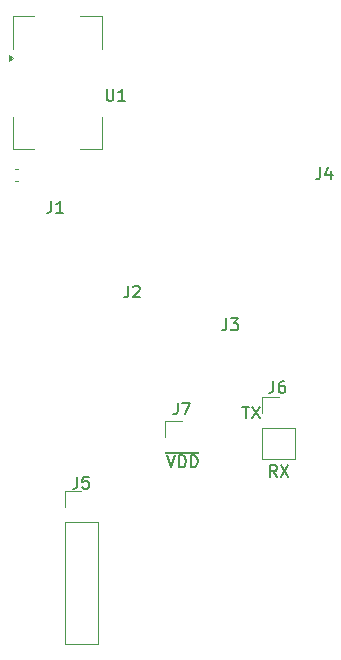
<source format=gto>
G04 #@! TF.GenerationSoftware,KiCad,Pcbnew,9.0.2*
G04 #@! TF.CreationDate,2025-08-01T14:32:08+08:00*
G04 #@! TF.ProjectId,STM32WB5MMG_Breakout_Board,53544d33-3257-4423-954d-4d475f427265,rev?*
G04 #@! TF.SameCoordinates,Original*
G04 #@! TF.FileFunction,Legend,Top*
G04 #@! TF.FilePolarity,Positive*
%FSLAX46Y46*%
G04 Gerber Fmt 4.6, Leading zero omitted, Abs format (unit mm)*
G04 Created by KiCad (PCBNEW 9.0.2) date 2025-08-01 14:32:08*
%MOMM*%
%LPD*%
G01*
G04 APERTURE LIST*
%ADD10C,0.150000*%
%ADD11C,0.153000*%
%ADD12C,0.120000*%
G04 APERTURE END LIST*
D10*
X146838095Y-80724819D02*
X146838095Y-81534342D01*
X146838095Y-81534342D02*
X146885714Y-81629580D01*
X146885714Y-81629580D02*
X146933333Y-81677200D01*
X146933333Y-81677200D02*
X147028571Y-81724819D01*
X147028571Y-81724819D02*
X147219047Y-81724819D01*
X147219047Y-81724819D02*
X147314285Y-81677200D01*
X147314285Y-81677200D02*
X147361904Y-81629580D01*
X147361904Y-81629580D02*
X147409523Y-81534342D01*
X147409523Y-81534342D02*
X147409523Y-80724819D01*
X148409523Y-81724819D02*
X147838095Y-81724819D01*
X148123809Y-81724819D02*
X148123809Y-80724819D01*
X148123809Y-80724819D02*
X148028571Y-80867676D01*
X148028571Y-80867676D02*
X147933333Y-80962914D01*
X147933333Y-80962914D02*
X147838095Y-81010533D01*
D11*
X160966666Y-105454663D02*
X160966666Y-106168948D01*
X160966666Y-106168948D02*
X160919047Y-106311805D01*
X160919047Y-106311805D02*
X160823809Y-106407044D01*
X160823809Y-106407044D02*
X160680952Y-106454663D01*
X160680952Y-106454663D02*
X160585714Y-106454663D01*
X161871428Y-105454663D02*
X161680952Y-105454663D01*
X161680952Y-105454663D02*
X161585714Y-105502282D01*
X161585714Y-105502282D02*
X161538095Y-105549901D01*
X161538095Y-105549901D02*
X161442857Y-105692758D01*
X161442857Y-105692758D02*
X161395238Y-105883234D01*
X161395238Y-105883234D02*
X161395238Y-106264186D01*
X161395238Y-106264186D02*
X161442857Y-106359424D01*
X161442857Y-106359424D02*
X161490476Y-106407044D01*
X161490476Y-106407044D02*
X161585714Y-106454663D01*
X161585714Y-106454663D02*
X161776190Y-106454663D01*
X161776190Y-106454663D02*
X161871428Y-106407044D01*
X161871428Y-106407044D02*
X161919047Y-106359424D01*
X161919047Y-106359424D02*
X161966666Y-106264186D01*
X161966666Y-106264186D02*
X161966666Y-106026091D01*
X161966666Y-106026091D02*
X161919047Y-105930853D01*
X161919047Y-105930853D02*
X161871428Y-105883234D01*
X161871428Y-105883234D02*
X161776190Y-105835615D01*
X161776190Y-105835615D02*
X161585714Y-105835615D01*
X161585714Y-105835615D02*
X161490476Y-105883234D01*
X161490476Y-105883234D02*
X161442857Y-105930853D01*
X161442857Y-105930853D02*
X161395238Y-106026091D01*
D10*
X161233333Y-113554819D02*
X160900000Y-113078628D01*
X160661905Y-113554819D02*
X160661905Y-112554819D01*
X160661905Y-112554819D02*
X161042857Y-112554819D01*
X161042857Y-112554819D02*
X161138095Y-112602438D01*
X161138095Y-112602438D02*
X161185714Y-112650057D01*
X161185714Y-112650057D02*
X161233333Y-112745295D01*
X161233333Y-112745295D02*
X161233333Y-112888152D01*
X161233333Y-112888152D02*
X161185714Y-112983390D01*
X161185714Y-112983390D02*
X161138095Y-113031009D01*
X161138095Y-113031009D02*
X161042857Y-113078628D01*
X161042857Y-113078628D02*
X160661905Y-113078628D01*
X161566667Y-112554819D02*
X162233333Y-113554819D01*
X162233333Y-112554819D02*
X161566667Y-113554819D01*
X158338095Y-107614819D02*
X158909523Y-107614819D01*
X158623809Y-108614819D02*
X158623809Y-107614819D01*
X159147619Y-107614819D02*
X159814285Y-108614819D01*
X159814285Y-107614819D02*
X159147619Y-108614819D01*
X152866666Y-107274819D02*
X152866666Y-107989104D01*
X152866666Y-107989104D02*
X152819047Y-108131961D01*
X152819047Y-108131961D02*
X152723809Y-108227200D01*
X152723809Y-108227200D02*
X152580952Y-108274819D01*
X152580952Y-108274819D02*
X152485714Y-108274819D01*
X153247619Y-107274819D02*
X153914285Y-107274819D01*
X153914285Y-107274819D02*
X153485714Y-108274819D01*
X151966667Y-111754819D02*
X152300000Y-112754819D01*
X152300000Y-112754819D02*
X152633333Y-111754819D01*
X152966667Y-112754819D02*
X152966667Y-111754819D01*
X152966667Y-111754819D02*
X153204762Y-111754819D01*
X153204762Y-111754819D02*
X153347619Y-111802438D01*
X153347619Y-111802438D02*
X153442857Y-111897676D01*
X153442857Y-111897676D02*
X153490476Y-111992914D01*
X153490476Y-111992914D02*
X153538095Y-112183390D01*
X153538095Y-112183390D02*
X153538095Y-112326247D01*
X153538095Y-112326247D02*
X153490476Y-112516723D01*
X153490476Y-112516723D02*
X153442857Y-112611961D01*
X153442857Y-112611961D02*
X153347619Y-112707200D01*
X153347619Y-112707200D02*
X153204762Y-112754819D01*
X153204762Y-112754819D02*
X152966667Y-112754819D01*
X153966667Y-112754819D02*
X153966667Y-111754819D01*
X153966667Y-111754819D02*
X154204762Y-111754819D01*
X154204762Y-111754819D02*
X154347619Y-111802438D01*
X154347619Y-111802438D02*
X154442857Y-111897676D01*
X154442857Y-111897676D02*
X154490476Y-111992914D01*
X154490476Y-111992914D02*
X154538095Y-112183390D01*
X154538095Y-112183390D02*
X154538095Y-112326247D01*
X154538095Y-112326247D02*
X154490476Y-112516723D01*
X154490476Y-112516723D02*
X154442857Y-112611961D01*
X154442857Y-112611961D02*
X154347619Y-112707200D01*
X154347619Y-112707200D02*
X154204762Y-112754819D01*
X154204762Y-112754819D02*
X153966667Y-112754819D01*
D11*
X144366666Y-113554663D02*
X144366666Y-114268948D01*
X144366666Y-114268948D02*
X144319047Y-114411805D01*
X144319047Y-114411805D02*
X144223809Y-114507044D01*
X144223809Y-114507044D02*
X144080952Y-114554663D01*
X144080952Y-114554663D02*
X143985714Y-114554663D01*
X145319047Y-113554663D02*
X144842857Y-113554663D01*
X144842857Y-113554663D02*
X144795238Y-114030853D01*
X144795238Y-114030853D02*
X144842857Y-113983234D01*
X144842857Y-113983234D02*
X144938095Y-113935615D01*
X144938095Y-113935615D02*
X145176190Y-113935615D01*
X145176190Y-113935615D02*
X145271428Y-113983234D01*
X145271428Y-113983234D02*
X145319047Y-114030853D01*
X145319047Y-114030853D02*
X145366666Y-114126091D01*
X145366666Y-114126091D02*
X145366666Y-114364186D01*
X145366666Y-114364186D02*
X145319047Y-114459424D01*
X145319047Y-114459424D02*
X145271428Y-114507044D01*
X145271428Y-114507044D02*
X145176190Y-114554663D01*
X145176190Y-114554663D02*
X144938095Y-114554663D01*
X144938095Y-114554663D02*
X144842857Y-114507044D01*
X144842857Y-114507044D02*
X144795238Y-114459424D01*
X142146666Y-90204663D02*
X142146666Y-90918948D01*
X142146666Y-90918948D02*
X142099047Y-91061805D01*
X142099047Y-91061805D02*
X142003809Y-91157044D01*
X142003809Y-91157044D02*
X141860952Y-91204663D01*
X141860952Y-91204663D02*
X141765714Y-91204663D01*
X143146666Y-91204663D02*
X142575238Y-91204663D01*
X142860952Y-91204663D02*
X142860952Y-90204663D01*
X142860952Y-90204663D02*
X142765714Y-90347520D01*
X142765714Y-90347520D02*
X142670476Y-90442758D01*
X142670476Y-90442758D02*
X142575238Y-90490377D01*
X164926666Y-87354663D02*
X164926666Y-88068948D01*
X164926666Y-88068948D02*
X164879047Y-88211805D01*
X164879047Y-88211805D02*
X164783809Y-88307044D01*
X164783809Y-88307044D02*
X164640952Y-88354663D01*
X164640952Y-88354663D02*
X164545714Y-88354663D01*
X165831428Y-87687996D02*
X165831428Y-88354663D01*
X165593333Y-87307044D02*
X165355238Y-88021329D01*
X165355238Y-88021329D02*
X165974285Y-88021329D01*
X156966666Y-100154663D02*
X156966666Y-100868948D01*
X156966666Y-100868948D02*
X156919047Y-101011805D01*
X156919047Y-101011805D02*
X156823809Y-101107044D01*
X156823809Y-101107044D02*
X156680952Y-101154663D01*
X156680952Y-101154663D02*
X156585714Y-101154663D01*
X157347619Y-100154663D02*
X157966666Y-100154663D01*
X157966666Y-100154663D02*
X157633333Y-100535615D01*
X157633333Y-100535615D02*
X157776190Y-100535615D01*
X157776190Y-100535615D02*
X157871428Y-100583234D01*
X157871428Y-100583234D02*
X157919047Y-100630853D01*
X157919047Y-100630853D02*
X157966666Y-100726091D01*
X157966666Y-100726091D02*
X157966666Y-100964186D01*
X157966666Y-100964186D02*
X157919047Y-101059424D01*
X157919047Y-101059424D02*
X157871428Y-101107044D01*
X157871428Y-101107044D02*
X157776190Y-101154663D01*
X157776190Y-101154663D02*
X157490476Y-101154663D01*
X157490476Y-101154663D02*
X157395238Y-101107044D01*
X157395238Y-101107044D02*
X157347619Y-101059424D01*
D10*
X148666666Y-97364819D02*
X148666666Y-98079104D01*
X148666666Y-98079104D02*
X148619047Y-98221961D01*
X148619047Y-98221961D02*
X148523809Y-98317200D01*
X148523809Y-98317200D02*
X148380952Y-98364819D01*
X148380952Y-98364819D02*
X148285714Y-98364819D01*
X149095238Y-97460057D02*
X149142857Y-97412438D01*
X149142857Y-97412438D02*
X149238095Y-97364819D01*
X149238095Y-97364819D02*
X149476190Y-97364819D01*
X149476190Y-97364819D02*
X149571428Y-97412438D01*
X149571428Y-97412438D02*
X149619047Y-97460057D01*
X149619047Y-97460057D02*
X149666666Y-97555295D01*
X149666666Y-97555295D02*
X149666666Y-97650533D01*
X149666666Y-97650533D02*
X149619047Y-97793390D01*
X149619047Y-97793390D02*
X149047619Y-98364819D01*
X149047619Y-98364819D02*
X149666666Y-98364819D01*
D12*
X138880000Y-74575000D02*
X138880000Y-77330000D01*
X138880000Y-85820000D02*
X138880000Y-83070000D01*
X140680000Y-74575000D02*
X138880000Y-74575000D01*
X140705000Y-85820000D02*
X138880000Y-85820000D01*
X144595000Y-74580000D02*
X146420000Y-74580000D01*
X144595000Y-85820000D02*
X146420000Y-85820000D01*
X146420000Y-74580000D02*
X146420000Y-77330000D01*
X146420000Y-85820000D02*
X146420000Y-83070000D01*
X138890000Y-78100000D02*
X138560000Y-78340000D01*
X138560000Y-77860000D01*
X138890000Y-78100000D01*
G36*
X138890000Y-78100000D02*
G01*
X138560000Y-78340000D01*
X138560000Y-77860000D01*
X138890000Y-78100000D01*
G37*
X160020000Y-106780000D02*
X161400000Y-106780000D01*
X160020000Y-108160000D02*
X160020000Y-106780000D01*
X160020000Y-109430000D02*
X160020000Y-112080000D01*
X160020000Y-109430000D02*
X162780000Y-109430000D01*
X160020000Y-112080000D02*
X162780000Y-112080000D01*
X162780000Y-109430000D02*
X162780000Y-112080000D01*
X151820000Y-108820000D02*
X153200000Y-108820000D01*
X151820000Y-110200000D02*
X151820000Y-108820000D01*
X151820000Y-111470000D02*
X151820000Y-111580000D01*
X151820000Y-111470000D02*
X154580000Y-111470000D01*
X151820000Y-111580000D02*
X154580000Y-111580000D01*
X154580000Y-111470000D02*
X154580000Y-111580000D01*
X139039420Y-87510000D02*
X139320580Y-87510000D01*
X139039420Y-88530000D02*
X139320580Y-88530000D01*
X143320000Y-114760000D02*
X144700000Y-114760000D01*
X143320000Y-116140000D02*
X143320000Y-114760000D01*
X143320000Y-117410000D02*
X143320000Y-127680000D01*
X143320000Y-117410000D02*
X146080000Y-117410000D01*
X143320000Y-127680000D02*
X146080000Y-127680000D01*
X146080000Y-117410000D02*
X146080000Y-127680000D01*
M02*

</source>
